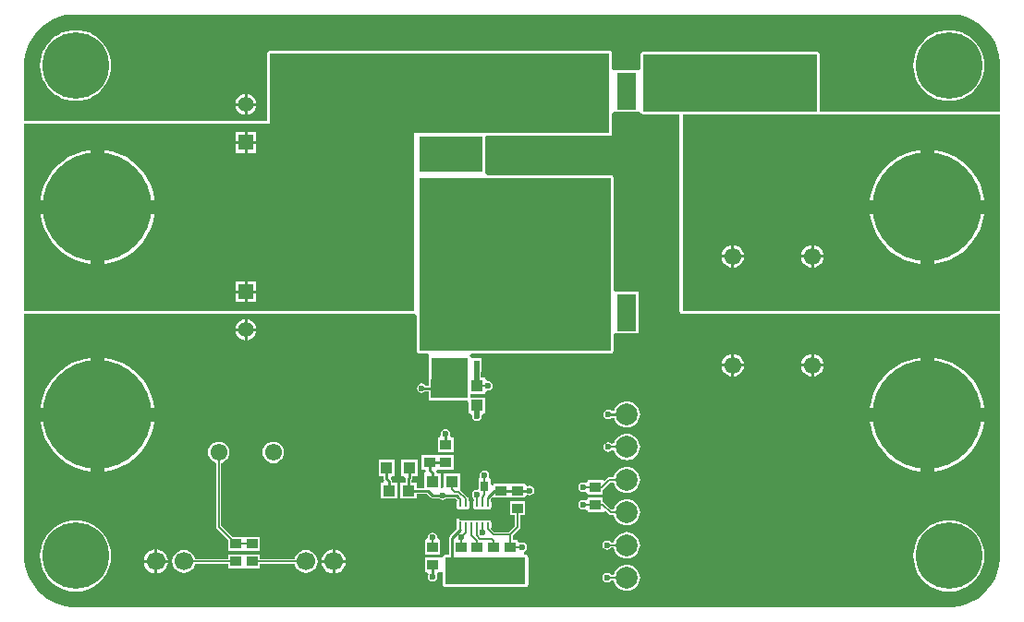
<source format=gtl>
G04*
G04 #@! TF.GenerationSoftware,Altium Limited,Altium Designer,18.1.9 (240)*
G04*
G04 Layer_Physical_Order=1*
G04 Layer_Color=255*
%FSLAX25Y25*%
%MOIN*%
G70*
G01*
G75*
%ADD10C,0.00787*%
%ADD14C,0.00984*%
%ADD17R,0.06890X0.10433*%
%ADD18R,0.02362X0.03150*%
%ADD19R,0.01968X0.03347*%
%ADD20R,0.03937X0.03543*%
%ADD21R,0.04331X0.04331*%
%ADD22R,0.04331X0.04331*%
%ADD23R,0.02756X0.03543*%
G04:AMPARAMS|DCode=24|XSize=19.68mil|YSize=9.84mil|CornerRadius=0.98mil|HoleSize=0mil|Usage=FLASHONLY|Rotation=270.000|XOffset=0mil|YOffset=0mil|HoleType=Round|Shape=RoundedRectangle|*
%AMROUNDEDRECTD24*
21,1,0.01968,0.00787,0,0,270.0*
21,1,0.01772,0.00984,0,0,270.0*
1,1,0.00197,-0.00394,-0.00886*
1,1,0.00197,-0.00394,0.00886*
1,1,0.00197,0.00394,0.00886*
1,1,0.00197,0.00394,-0.00886*
%
%ADD24ROUNDEDRECTD24*%
%ADD25R,0.05709X0.04528*%
%ADD26R,0.10630X0.04528*%
%ADD27R,0.07000X0.13500*%
%ADD28R,0.11024X0.05315*%
%ADD29R,0.04016X0.03465*%
%ADD30R,0.07480X0.05315*%
%ADD31R,0.04528X0.07087*%
%ADD32R,0.00984X0.00984*%
%ADD60C,0.07874*%
G04:AMPARAMS|DCode=61|XSize=39.37mil|YSize=104.33mil|CornerRadius=0.98mil|HoleSize=0mil|Usage=FLASHONLY|Rotation=270.000|XOffset=0mil|YOffset=0mil|HoleType=Round|Shape=RoundedRectangle|*
%AMROUNDEDRECTD61*
21,1,0.03937,0.10236,0,0,270.0*
21,1,0.03740,0.10433,0,0,270.0*
1,1,0.00197,-0.05118,-0.01870*
1,1,0.00197,-0.05118,0.01870*
1,1,0.00197,0.05118,0.01870*
1,1,0.00197,0.05118,-0.01870*
%
%ADD61ROUNDEDRECTD61*%
%ADD62C,0.01968*%
%ADD63R,0.17362X0.14764*%
%ADD64C,0.06693*%
%ADD65C,0.39370*%
%ADD66C,0.24016*%
%ADD67R,0.05512X0.05512*%
%ADD68C,0.05512*%
%ADD69C,0.06102*%
%ADD70C,0.02362*%
%ADD71C,0.01575*%
G36*
X287008Y180315D02*
X224410D01*
Y200787D01*
X287008D01*
Y180315D01*
D02*
G37*
G36*
X338259Y215015D02*
X340599Y214388D01*
X342837Y213461D01*
X344935Y212250D01*
X346857Y210775D01*
X348570Y209062D01*
X350045Y207140D01*
X351256Y205042D01*
X352183Y202804D01*
X352810Y200464D01*
X353127Y198062D01*
Y196850D01*
Y180153D01*
X288160D01*
X288028Y180315D01*
Y200787D01*
X287950Y201178D01*
X287729Y201508D01*
X287398Y201729D01*
X287008Y201807D01*
X224410D01*
X224019Y201729D01*
X223689Y201508D01*
X223467Y201178D01*
X223390Y200787D01*
Y195631D01*
X222594Y195175D01*
X222406Y195175D01*
X214209D01*
X214020Y195175D01*
X213224Y195631D01*
Y201181D01*
X213147Y201571D01*
X212926Y201902D01*
X212595Y202123D01*
X212205Y202201D01*
X89764D01*
X89374Y202123D01*
X89043Y201902D01*
X88822Y201571D01*
X88744Y201181D01*
Y177004D01*
X1204Y177004D01*
Y196850D01*
Y198062D01*
X1520Y200464D01*
X2147Y202804D01*
X3074Y205042D01*
X4286Y207140D01*
X5761Y209062D01*
X7474Y210775D01*
X9396Y212250D01*
X11494Y213461D01*
X13732Y214388D01*
X16072Y215015D01*
X18474Y215331D01*
X335857D01*
X338259Y215015D01*
D02*
G37*
G36*
X212205Y172441D02*
X141732D01*
Y108268D01*
X1204D01*
Y175984D01*
X89764Y175984D01*
Y201181D01*
X212205D01*
Y172441D01*
D02*
G37*
G36*
X166535Y158661D02*
X143701D01*
Y171260D01*
X166535D01*
Y158661D01*
D02*
G37*
G36*
X353127Y108268D02*
X238583D01*
Y179134D01*
X353127D01*
Y108268D01*
D02*
G37*
G36*
X212598Y93898D02*
X143701D01*
Y156299D01*
X212598D01*
Y93898D01*
D02*
G37*
G36*
X222505Y180100D02*
X222901Y180028D01*
X223491Y179889D01*
X223689Y179594D01*
X224019Y179373D01*
X224410Y179295D01*
X237431D01*
X237563Y179134D01*
Y108268D01*
X237641Y107878D01*
X237862Y107547D01*
X238193Y107326D01*
X238583Y107248D01*
X353127D01*
Y19685D01*
Y18474D01*
X352810Y16072D01*
X352183Y13732D01*
X351256Y11494D01*
X350045Y9396D01*
X348570Y7474D01*
X346857Y5761D01*
X344935Y4286D01*
X342837Y3074D01*
X340599Y2147D01*
X338259Y1520D01*
X335857Y1204D01*
X18474D01*
X16072Y1520D01*
X13732Y2147D01*
X11494Y3074D01*
X9396Y4286D01*
X7474Y5761D01*
X5761Y7474D01*
X4286Y9396D01*
X3074Y11494D01*
X2147Y13732D01*
X1520Y16072D01*
X1204Y18474D01*
Y19685D01*
Y107248D01*
X141732D01*
X142565Y106684D01*
X142681Y106515D01*
Y93898D01*
X142759Y93507D01*
X142980Y93177D01*
X143311Y92956D01*
X143701Y92878D01*
X146764D01*
X147013Y92506D01*
X147200Y91894D01*
X147090Y91729D01*
X147012Y91339D01*
Y81327D01*
X145834D01*
X145700Y81527D01*
X145144Y81898D01*
X144488Y82029D01*
X143832Y81898D01*
X143276Y81527D01*
X142905Y80971D01*
X142774Y80315D01*
X142905Y79659D01*
X143276Y79103D01*
X143832Y78731D01*
X144488Y78601D01*
X145144Y78731D01*
X145700Y79103D01*
X145834Y79303D01*
X147012D01*
Y76772D01*
X147090Y76381D01*
X147146Y76297D01*
Y75984D01*
X147410D01*
X147641Y75830D01*
X148031Y75752D01*
X161024D01*
X161417Y74827D01*
Y71063D01*
X161912D01*
X162656Y70079D01*
Y70079D01*
X162786Y69423D01*
X163158Y68867D01*
X163714Y68495D01*
X164370Y68365D01*
X165026Y68495D01*
X165582Y68867D01*
X165954Y69423D01*
X166084Y70079D01*
Y70079D01*
X166828Y71063D01*
X167323D01*
Y76968D01*
X162043D01*
Y78150D01*
X167323D01*
Y78776D01*
X168307Y79427D01*
X168504Y79388D01*
X169160Y79519D01*
X169716Y79890D01*
X170088Y80446D01*
X170218Y81102D01*
X170088Y81758D01*
X169716Y82314D01*
X169160Y82686D01*
X168504Y82816D01*
X168307Y82777D01*
X167323Y83429D01*
Y84055D01*
X165883D01*
Y86221D01*
X166142D01*
Y91142D01*
X162599D01*
X161899Y91829D01*
X161855Y91894D01*
X162042Y92506D01*
X162291Y92878D01*
X212598D01*
X212989Y92956D01*
X213319Y93177D01*
X213540Y93507D01*
X213618Y93898D01*
Y99282D01*
X214020Y100100D01*
X214602Y100100D01*
X222594D01*
Y115175D01*
X214602D01*
X214020Y115175D01*
X213618Y115993D01*
Y156299D01*
X213540Y156689D01*
X213319Y157020D01*
X212989Y157241D01*
X212598Y157319D01*
X167963D01*
X167479Y158268D01*
X167484Y158303D01*
X167555Y158661D01*
Y171260D01*
X167688Y171421D01*
X212205D01*
X212595Y171499D01*
X212926Y171720D01*
X213147Y172051D01*
X213224Y172441D01*
Y179644D01*
X214020Y180100D01*
X214209Y180100D01*
X222505Y180100D01*
D02*
G37*
G36*
X161024Y76772D02*
X148031D01*
Y91339D01*
X161024D01*
Y76772D01*
D02*
G37*
%LPC*%
G36*
X334646Y209673D02*
X332972Y209563D01*
X331327Y209236D01*
X329739Y208697D01*
X328234Y207955D01*
X326840Y207023D01*
X325579Y205917D01*
X324473Y204656D01*
X323541Y203262D01*
X322799Y201757D01*
X322260Y200169D01*
X321933Y198524D01*
X321823Y196850D01*
X321933Y195177D01*
X322260Y193532D01*
X322799Y191943D01*
X323541Y190439D01*
X324473Y189044D01*
X325579Y187783D01*
X326840Y186677D01*
X328234Y185746D01*
X329739Y185004D01*
X331327Y184465D01*
X332972Y184137D01*
X334646Y184028D01*
X336319Y184137D01*
X337964Y184465D01*
X339553Y185004D01*
X341057Y185746D01*
X342452Y186677D01*
X343713Y187783D01*
X344819Y189044D01*
X345750Y190439D01*
X346492Y191943D01*
X347031Y193532D01*
X347359Y195177D01*
X347468Y196850D01*
X347359Y198524D01*
X347031Y200169D01*
X346492Y201757D01*
X345750Y203262D01*
X344819Y204656D01*
X343713Y205917D01*
X342452Y207023D01*
X341057Y207955D01*
X339553Y208697D01*
X337964Y209236D01*
X336319Y209563D01*
X334646Y209673D01*
D02*
G37*
G36*
X19685D02*
X18011Y209563D01*
X16366Y209236D01*
X14778Y208697D01*
X13274Y207955D01*
X11879Y207023D01*
X10618Y205917D01*
X9512Y204656D01*
X8580Y203262D01*
X7838Y201757D01*
X7299Y200169D01*
X6972Y198524D01*
X6862Y196850D01*
X6972Y195177D01*
X7299Y193532D01*
X7838Y191943D01*
X8580Y190439D01*
X9512Y189044D01*
X10618Y187783D01*
X11879Y186677D01*
X13274Y185746D01*
X14778Y185004D01*
X16366Y184465D01*
X18011Y184137D01*
X19685Y184028D01*
X21359Y184137D01*
X23004Y184465D01*
X24592Y185004D01*
X26096Y185746D01*
X27491Y186677D01*
X28752Y187783D01*
X29858Y189044D01*
X30790Y190439D01*
X31532Y191943D01*
X32071Y193532D01*
X32398Y195177D01*
X32508Y196850D01*
X32398Y198524D01*
X32071Y200169D01*
X31532Y201757D01*
X30790Y203262D01*
X29858Y204656D01*
X28752Y205917D01*
X27491Y207023D01*
X26096Y207955D01*
X24592Y208697D01*
X23004Y209236D01*
X21359Y209563D01*
X19685Y209673D01*
D02*
G37*
G36*
X81602Y186529D02*
Y183307D01*
X84825D01*
X84762Y183787D01*
X84383Y184701D01*
X83781Y185485D01*
X82996Y186088D01*
X82083Y186466D01*
X81602Y186529D01*
D02*
G37*
G36*
X80602Y186529D02*
X80122Y186466D01*
X79208Y186088D01*
X78424Y185485D01*
X77822Y184701D01*
X77443Y183787D01*
X77380Y183307D01*
X80602D01*
Y186529D01*
D02*
G37*
G36*
X84825Y182307D02*
X81602D01*
Y179084D01*
X82083Y179148D01*
X82996Y179526D01*
X83781Y180128D01*
X84383Y180913D01*
X84762Y181826D01*
X84825Y182307D01*
D02*
G37*
G36*
X80602D02*
X77380D01*
X77443Y181826D01*
X77822Y180913D01*
X78424Y180128D01*
X79208Y179526D01*
X80122Y179148D01*
X80602Y179084D01*
Y182307D01*
D02*
G37*
G36*
X84858Y172783D02*
X81602D01*
Y169527D01*
X84858D01*
Y172783D01*
D02*
G37*
G36*
X80602D02*
X77346D01*
Y169527D01*
X80602D01*
Y172783D01*
D02*
G37*
G36*
X84858Y168527D02*
X81602D01*
Y165271D01*
X84858D01*
Y168527D01*
D02*
G37*
G36*
X80602D02*
X77346D01*
Y165271D01*
X80602D01*
Y168527D01*
D02*
G37*
G36*
X30059Y166333D02*
Y148268D01*
X48125D01*
X48111Y148474D01*
X47582Y151133D01*
X46711Y153700D01*
X45511Y156132D01*
X44005Y158387D01*
X42217Y160426D01*
X40178Y162214D01*
X37924Y163720D01*
X35492Y164919D01*
X32924Y165791D01*
X30265Y166320D01*
X30059Y166333D01*
D02*
G37*
G36*
X25059D02*
X24853Y166320D01*
X22194Y165791D01*
X19626Y164919D01*
X17194Y163720D01*
X14940Y162214D01*
X12901Y160426D01*
X11113Y158387D01*
X9607Y156132D01*
X8408Y153700D01*
X7536Y151133D01*
X7007Y148474D01*
X6994Y148268D01*
X25059D01*
Y166333D01*
D02*
G37*
G36*
X48125Y143268D02*
X30059D01*
Y125202D01*
X30265Y125216D01*
X32924Y125745D01*
X35492Y126616D01*
X37924Y127815D01*
X40178Y129322D01*
X42217Y131110D01*
X44005Y133149D01*
X45511Y135403D01*
X46711Y137835D01*
X47582Y140402D01*
X48111Y143062D01*
X48125Y143268D01*
D02*
G37*
G36*
X25059D02*
X6994D01*
X7007Y143062D01*
X7536Y140402D01*
X8408Y137835D01*
X9607Y135403D01*
X11113Y133149D01*
X12901Y131110D01*
X14940Y129322D01*
X17194Y127815D01*
X19626Y126616D01*
X22194Y125745D01*
X24853Y125216D01*
X25059Y125202D01*
Y143268D01*
D02*
G37*
G36*
X84858Y118913D02*
X81602D01*
Y115657D01*
X84858D01*
Y118913D01*
D02*
G37*
G36*
X80602D02*
X77346D01*
Y115657D01*
X80602D01*
Y118913D01*
D02*
G37*
G36*
X84858Y114657D02*
X81602D01*
Y111402D01*
X84858D01*
Y114657D01*
D02*
G37*
G36*
X80602D02*
X77346D01*
Y111402D01*
X80602D01*
Y114657D01*
D02*
G37*
G36*
X329272Y166333D02*
Y148268D01*
X347337D01*
X347324Y148474D01*
X346795Y151133D01*
X345923Y153700D01*
X344724Y156132D01*
X343217Y158387D01*
X341430Y160426D01*
X339391Y162214D01*
X337136Y163720D01*
X334704Y164919D01*
X332137Y165791D01*
X329477Y166320D01*
X329272Y166333D01*
D02*
G37*
G36*
X324272D02*
X324066Y166320D01*
X321407Y165791D01*
X318839Y164919D01*
X316407Y163720D01*
X314152Y162214D01*
X312114Y160426D01*
X310326Y158387D01*
X308820Y156132D01*
X307620Y153700D01*
X306749Y151133D01*
X306220Y148474D01*
X306206Y148268D01*
X324272D01*
Y166333D01*
D02*
G37*
G36*
X285933Y131973D02*
Y128453D01*
X289453D01*
X289380Y129010D01*
X288972Y129996D01*
X288322Y130842D01*
X287476Y131491D01*
X286491Y131900D01*
X285933Y131973D01*
D02*
G37*
G36*
X257193D02*
Y128453D01*
X260713D01*
X260640Y129010D01*
X260232Y129996D01*
X259582Y130842D01*
X258736Y131491D01*
X257751Y131900D01*
X257193Y131973D01*
D02*
G37*
G36*
X284933Y131973D02*
X284376Y131900D01*
X283390Y131491D01*
X282544Y130842D01*
X281894Y129996D01*
X281486Y129010D01*
X281413Y128453D01*
X284933D01*
Y131973D01*
D02*
G37*
G36*
X256193D02*
X255635Y131900D01*
X254650Y131491D01*
X253804Y130842D01*
X253154Y129996D01*
X252746Y129010D01*
X252673Y128453D01*
X256193D01*
Y131973D01*
D02*
G37*
G36*
X347337Y143268D02*
X329272D01*
Y125202D01*
X329477Y125216D01*
X332137Y125745D01*
X334704Y126616D01*
X337136Y127815D01*
X339391Y129322D01*
X341430Y131110D01*
X343217Y133149D01*
X344724Y135403D01*
X345923Y137835D01*
X346795Y140402D01*
X347324Y143062D01*
X347337Y143268D01*
D02*
G37*
G36*
X324272D02*
X306206D01*
X306220Y143062D01*
X306749Y140402D01*
X307620Y137835D01*
X308820Y135403D01*
X310326Y133149D01*
X312114Y131110D01*
X314152Y129322D01*
X316407Y127815D01*
X318839Y126616D01*
X321407Y125745D01*
X324066Y125216D01*
X324272Y125202D01*
Y143268D01*
D02*
G37*
G36*
X289453Y127453D02*
X285933D01*
Y123932D01*
X286491Y124006D01*
X287476Y124414D01*
X288322Y125063D01*
X288972Y125910D01*
X289380Y126895D01*
X289453Y127453D01*
D02*
G37*
G36*
X260713D02*
X257193D01*
Y123932D01*
X257751Y124006D01*
X258736Y124414D01*
X259582Y125063D01*
X260232Y125910D01*
X260640Y126895D01*
X260713Y127453D01*
D02*
G37*
G36*
X284933D02*
X281413D01*
X281486Y126895D01*
X281894Y125910D01*
X282544Y125063D01*
X283390Y124414D01*
X284376Y124006D01*
X284933Y123932D01*
Y127453D01*
D02*
G37*
G36*
X256193D02*
X252673D01*
X252746Y126895D01*
X253154Y125910D01*
X253804Y125063D01*
X254650Y124414D01*
X255635Y124006D01*
X256193Y123932D01*
Y127453D01*
D02*
G37*
G36*
X81602Y105101D02*
Y101878D01*
X84825D01*
X84762Y102358D01*
X84383Y103272D01*
X83781Y104057D01*
X82996Y104659D01*
X82083Y105037D01*
X81602Y105101D01*
D02*
G37*
G36*
X80602D02*
X80122Y105037D01*
X79208Y104659D01*
X78424Y104057D01*
X77822Y103272D01*
X77443Y102358D01*
X77380Y101878D01*
X80602D01*
Y105101D01*
D02*
G37*
G36*
X84825Y100878D02*
X81602D01*
Y97655D01*
X82083Y97719D01*
X82996Y98097D01*
X83781Y98699D01*
X84383Y99484D01*
X84762Y100398D01*
X84825Y100878D01*
D02*
G37*
G36*
X80602D02*
X77380D01*
X77443Y100398D01*
X77822Y99484D01*
X78424Y98699D01*
X79208Y98097D01*
X80122Y97719D01*
X80602Y97655D01*
Y100878D01*
D02*
G37*
G36*
X285933Y92603D02*
Y89083D01*
X289453D01*
X289380Y89640D01*
X288972Y90626D01*
X288322Y91472D01*
X287476Y92121D01*
X286491Y92530D01*
X285933Y92603D01*
D02*
G37*
G36*
X257193D02*
Y89083D01*
X260713D01*
X260640Y89640D01*
X260232Y90626D01*
X259582Y91472D01*
X258736Y92121D01*
X257751Y92530D01*
X257193Y92603D01*
D02*
G37*
G36*
X284933Y92603D02*
X284376Y92530D01*
X283390Y92121D01*
X282544Y91472D01*
X281894Y90626D01*
X281486Y89640D01*
X281413Y89083D01*
X284933D01*
Y92603D01*
D02*
G37*
G36*
X256193D02*
X255635Y92530D01*
X254650Y92121D01*
X253804Y91472D01*
X253154Y90626D01*
X252746Y89640D01*
X252673Y89083D01*
X256193D01*
Y92603D01*
D02*
G37*
G36*
X289453Y88083D02*
X285933D01*
Y84562D01*
X286491Y84636D01*
X287476Y85044D01*
X288322Y85693D01*
X288972Y86540D01*
X289380Y87525D01*
X289453Y88083D01*
D02*
G37*
G36*
X260713D02*
X257193D01*
Y84562D01*
X257751Y84636D01*
X258736Y85044D01*
X259582Y85693D01*
X260232Y86540D01*
X260640Y87525D01*
X260713Y88083D01*
D02*
G37*
G36*
X284933D02*
X281413D01*
X281486Y87525D01*
X281894Y86540D01*
X282544Y85693D01*
X283390Y85044D01*
X284376Y84636D01*
X284933Y84562D01*
Y88083D01*
D02*
G37*
G36*
X256193D02*
X252673D01*
X252746Y87525D01*
X253154Y86540D01*
X253804Y85693D01*
X254650Y85044D01*
X255635Y84636D01*
X256193Y84562D01*
Y88083D01*
D02*
G37*
G36*
X329272Y91324D02*
Y73268D01*
X347328D01*
X346970Y75378D01*
X346327Y77610D01*
X345438Y79757D01*
X344314Y81790D01*
X342969Y83685D01*
X341421Y85417D01*
X339689Y86965D01*
X337794Y88310D01*
X335761Y89434D01*
X333614Y90323D01*
X331382Y90966D01*
X329272Y91324D01*
D02*
G37*
G36*
X324272D02*
X322162Y90966D01*
X319929Y90323D01*
X317783Y89434D01*
X315749Y88310D01*
X313854Y86965D01*
X312122Y85417D01*
X310574Y83685D01*
X309229Y81790D01*
X308106Y79757D01*
X307217Y77610D01*
X306574Y75378D01*
X306215Y73268D01*
X324272D01*
Y91324D01*
D02*
G37*
G36*
X30059D02*
Y73268D01*
X48116D01*
X47757Y75378D01*
X47114Y77610D01*
X46225Y79757D01*
X45101Y81790D01*
X43757Y83685D01*
X42209Y85417D01*
X40476Y86965D01*
X38581Y88310D01*
X36548Y89434D01*
X34402Y90323D01*
X32169Y90966D01*
X30059Y91324D01*
D02*
G37*
G36*
X25059D02*
X22949Y90966D01*
X20717Y90323D01*
X18570Y89434D01*
X16537Y88310D01*
X14642Y86965D01*
X12910Y85417D01*
X11361Y83685D01*
X10017Y81790D01*
X8893Y79757D01*
X8004Y77610D01*
X7361Y75378D01*
X7002Y73268D01*
X25059D01*
Y91324D01*
D02*
G37*
G36*
X218504Y75613D02*
X217578Y75522D01*
X216687Y75252D01*
X215866Y74813D01*
X215147Y74223D01*
X214557Y73504D01*
X214118Y72683D01*
X214001Y72296D01*
X213510Y72187D01*
X212934Y72137D01*
X212467Y72450D01*
X211811Y72580D01*
X211155Y72450D01*
X210599Y72078D01*
X210227Y71522D01*
X210097Y70866D01*
X210227Y70210D01*
X210599Y69654D01*
X211155Y69283D01*
X211811Y69152D01*
X212467Y69283D01*
X212934Y69595D01*
X213510Y69546D01*
X214001Y69436D01*
X214118Y69049D01*
X214557Y68229D01*
X215147Y67509D01*
X215866Y66919D01*
X216687Y66480D01*
X217578Y66210D01*
X218504Y66119D01*
X219430Y66210D01*
X220321Y66480D01*
X221141Y66919D01*
X221861Y67509D01*
X222451Y68229D01*
X222890Y69049D01*
X223160Y69940D01*
X223251Y70866D01*
X223160Y71792D01*
X222890Y72683D01*
X222451Y73504D01*
X221861Y74223D01*
X221141Y74813D01*
X220321Y75252D01*
X219430Y75522D01*
X218504Y75613D01*
D02*
G37*
G36*
Y63802D02*
X217578Y63711D01*
X216687Y63441D01*
X215866Y63002D01*
X215147Y62412D01*
X214557Y61693D01*
X214118Y60872D01*
X214020Y60547D01*
X213384Y60369D01*
X212926Y60332D01*
X212467Y60639D01*
X211811Y60769D01*
X211155Y60639D01*
X210599Y60267D01*
X210227Y59711D01*
X210097Y59055D01*
X210227Y58399D01*
X210599Y57843D01*
X211155Y57472D01*
X211811Y57341D01*
X212467Y57472D01*
X212926Y57778D01*
X213384Y57742D01*
X214020Y57563D01*
X214118Y57238D01*
X214557Y56418D01*
X215147Y55698D01*
X215866Y55108D01*
X216687Y54669D01*
X217578Y54399D01*
X218504Y54308D01*
X219430Y54399D01*
X220321Y54669D01*
X221141Y55108D01*
X221861Y55698D01*
X222451Y56418D01*
X222890Y57238D01*
X223160Y58129D01*
X223251Y59055D01*
X223160Y59981D01*
X222890Y60872D01*
X222451Y61693D01*
X221861Y62412D01*
X221141Y63002D01*
X220321Y63441D01*
X219430Y63711D01*
X218504Y63802D01*
D02*
G37*
G36*
X153150Y65494D02*
X152494Y65363D01*
X151938Y64991D01*
X151566Y64435D01*
X151436Y63779D01*
X151514Y63386D01*
X151082Y62625D01*
X150865Y62402D01*
X150394D01*
Y57284D01*
X155905D01*
Y62402D01*
X155435D01*
X155218Y62625D01*
X154785Y63386D01*
X154864Y63779D01*
X154733Y64435D01*
X154362Y64991D01*
X153805Y65363D01*
X153150Y65494D01*
D02*
G37*
G36*
X90945Y60958D02*
X89943Y60826D01*
X89009Y60440D01*
X88207Y59824D01*
X87592Y59022D01*
X87205Y58089D01*
X87073Y57087D01*
X87205Y56085D01*
X87592Y55151D01*
X88207Y54349D01*
X89009Y53734D01*
X89943Y53347D01*
X90945Y53215D01*
X91947Y53347D01*
X92881Y53734D01*
X93683Y54349D01*
X94298Y55151D01*
X94685Y56085D01*
X94817Y57087D01*
X94685Y58089D01*
X94298Y59022D01*
X93683Y59824D01*
X92881Y60440D01*
X91947Y60826D01*
X90945Y60958D01*
D02*
G37*
G36*
X347328Y68268D02*
X329272D01*
Y50211D01*
X331382Y50569D01*
X333614Y51213D01*
X335761Y52102D01*
X337794Y53226D01*
X339689Y54570D01*
X341421Y56118D01*
X342969Y57850D01*
X344314Y59745D01*
X345438Y61779D01*
X346327Y63925D01*
X346970Y66158D01*
X347328Y68268D01*
D02*
G37*
G36*
X324272D02*
X306215D01*
X306574Y66158D01*
X307217Y63925D01*
X308106Y61779D01*
X309229Y59745D01*
X310574Y57850D01*
X312122Y56118D01*
X313854Y54570D01*
X315749Y53226D01*
X317783Y52102D01*
X319929Y51213D01*
X322162Y50569D01*
X324272Y50211D01*
Y68268D01*
D02*
G37*
G36*
X48116D02*
X30059D01*
Y50211D01*
X32169Y50569D01*
X34402Y51213D01*
X36548Y52102D01*
X38581Y53226D01*
X40476Y54570D01*
X42209Y56118D01*
X43757Y57850D01*
X45101Y59745D01*
X46225Y61779D01*
X47114Y63925D01*
X47757Y66158D01*
X48116Y68268D01*
D02*
G37*
G36*
X25059D02*
X7002D01*
X7361Y66158D01*
X8004Y63925D01*
X8893Y61779D01*
X10017Y59745D01*
X11361Y57850D01*
X12910Y56118D01*
X14642Y54570D01*
X16537Y53226D01*
X18570Y52102D01*
X20717Y51213D01*
X22949Y50569D01*
X25059Y50211D01*
Y68268D01*
D02*
G37*
G36*
X167126Y50631D02*
X166470Y50501D01*
X165914Y50129D01*
X165542Y49573D01*
X165412Y48917D01*
X165510Y48425D01*
X165414Y48237D01*
X164961Y47441D01*
X164961Y47441D01*
X164961Y47441D01*
Y44128D01*
X164370Y43643D01*
X163714Y43513D01*
X163158Y43141D01*
X162786Y42585D01*
X162656Y41929D01*
X162786Y41273D01*
X163075Y40842D01*
X163338Y39910D01*
X163142Y39617D01*
X163073Y39272D01*
Y37500D01*
X163142Y37154D01*
X163338Y36861D01*
X163631Y36666D01*
X163976Y36597D01*
X164764D01*
X165109Y36666D01*
X165354Y36829D01*
X165599Y36666D01*
X165945Y36597D01*
X166732D01*
X167078Y36666D01*
X167323Y36829D01*
X167568Y36666D01*
X167913Y36597D01*
X168701D01*
X169046Y36666D01*
X169339Y36861D01*
X169535Y37154D01*
X169604Y37500D01*
Y39272D01*
X169535Y39617D01*
X169339Y39910D01*
X169786Y40796D01*
X169953Y40963D01*
X170473Y40748D01*
Y40748D01*
X175984D01*
Y40748D01*
X176378D01*
Y40748D01*
X181890D01*
Y41154D01*
X182783Y41708D01*
X182874Y41710D01*
X183465Y41593D01*
X184121Y41723D01*
X184677Y42095D01*
X185048Y42651D01*
X185179Y43307D01*
X185048Y43963D01*
X184677Y44519D01*
X184121Y44891D01*
X183465Y45021D01*
X182874Y44904D01*
X182783Y44906D01*
X181890Y45460D01*
Y45866D01*
X176378D01*
Y45866D01*
X175984D01*
Y45866D01*
X170473D01*
Y45072D01*
X170276Y44922D01*
X169291Y45408D01*
Y47441D01*
X169291D01*
X168838Y48237D01*
X168742Y48425D01*
X168840Y48917D01*
X168710Y49573D01*
X168338Y50129D01*
X167782Y50501D01*
X167126Y50631D01*
D02*
G37*
G36*
X218504Y51991D02*
X217578Y51900D01*
X216687Y51630D01*
X215866Y51191D01*
X215147Y50601D01*
X214557Y49882D01*
X214118Y49061D01*
X213848Y48170D01*
X213846Y48155D01*
X212205D01*
X211856Y48086D01*
X211560Y47888D01*
X210462Y46790D01*
X209842Y47047D01*
Y47047D01*
X204331D01*
Y46641D01*
X203437Y46087D01*
X203346Y46085D01*
X202756Y46202D01*
X202100Y46072D01*
X201544Y45700D01*
X201172Y45144D01*
X201042Y44488D01*
X201172Y43832D01*
X201544Y43276D01*
X202100Y42905D01*
X202756Y42774D01*
X203346Y42892D01*
X203437Y42889D01*
X204331Y42335D01*
Y41929D01*
X209842D01*
Y43676D01*
X210093Y43844D01*
X212582Y46333D01*
X213846D01*
X213848Y46318D01*
X214118Y45427D01*
X214557Y44607D01*
X215147Y43887D01*
X215866Y43297D01*
X216687Y42858D01*
X217578Y42588D01*
X218504Y42497D01*
X219430Y42588D01*
X220321Y42858D01*
X221141Y43297D01*
X221861Y43887D01*
X222451Y44607D01*
X222890Y45427D01*
X223160Y46318D01*
X223251Y47244D01*
X223160Y48170D01*
X222890Y49061D01*
X222451Y49882D01*
X221861Y50601D01*
X221141Y51191D01*
X220321Y51630D01*
X219430Y51900D01*
X218504Y51991D01*
D02*
G37*
G36*
X150000Y56102D02*
Y56102D01*
X149438Y56102D01*
X144488D01*
Y50984D01*
X145616D01*
X145945Y50368D01*
X145473Y49409D01*
X145473D01*
Y44311D01*
X142717D01*
Y46260D01*
X140836D01*
X140801Y47244D01*
X140873Y47316D01*
X141092Y47644D01*
X141169Y48031D01*
Y48622D01*
X143110D01*
Y54528D01*
X137205D01*
Y48622D01*
X138045D01*
X138217Y48491D01*
X138752Y47638D01*
Y46260D01*
X136811D01*
Y40354D01*
X142717D01*
Y42288D01*
X146439D01*
X147816Y40911D01*
X148144Y40691D01*
X148531Y40614D01*
X150623D01*
X150757Y40414D01*
X151313Y40042D01*
X151969Y39912D01*
X152624Y40042D01*
X153181Y40414D01*
X153314Y40614D01*
X156566D01*
X157009Y40171D01*
X157338Y39952D01*
X157236Y39617D01*
X157168Y39272D01*
Y37500D01*
X157236Y37154D01*
X157432Y36861D01*
X157725Y36666D01*
X158071Y36597D01*
X158858D01*
X159204Y36666D01*
X159449Y36829D01*
X159694Y36666D01*
X160039Y36597D01*
X160827D01*
X161172Y36666D01*
X161465Y36861D01*
X161661Y37154D01*
X161730Y37500D01*
Y39272D01*
X161661Y39617D01*
X161465Y39910D01*
X161344Y39991D01*
Y40361D01*
X161275Y40710D01*
X161077Y41006D01*
X158465Y43619D01*
Y49409D01*
X152559D01*
Y44922D01*
X151863Y44226D01*
X151378D01*
Y49409D01*
X150053D01*
X149663Y50139D01*
X150215Y50984D01*
X150394Y50984D01*
Y50984D01*
X155905D01*
Y56102D01*
X150956D01*
X150394Y56102D01*
X150394Y56102D01*
X150000Y56102D01*
D02*
G37*
G36*
X134843Y54528D02*
X128937D01*
Y48622D01*
X130878D01*
Y47638D01*
X130955Y47251D01*
X130960Y47244D01*
X130574Y46362D01*
X130465Y46260D01*
X129724D01*
Y40354D01*
X135630D01*
Y46260D01*
X133689D01*
Y46850D01*
X133612Y47238D01*
X133393Y47566D01*
X133320Y47638D01*
X133728Y48622D01*
X134843D01*
Y54528D01*
D02*
G37*
G36*
X209842Y40748D02*
X204331D01*
Y40342D01*
X203437Y39788D01*
X203346Y39786D01*
X202756Y39903D01*
X202100Y39772D01*
X201544Y39401D01*
X201172Y38845D01*
X201042Y38189D01*
X201172Y37533D01*
X201544Y36977D01*
X202100Y36605D01*
X202756Y36475D01*
X203346Y36592D01*
X203437Y36590D01*
X204331Y36036D01*
Y35630D01*
X209842D01*
Y35630D01*
X210741Y36002D01*
X211954Y34789D01*
X212250Y34591D01*
X212598Y34522D01*
X213846D01*
X213848Y34507D01*
X214118Y33616D01*
X214557Y32796D01*
X215147Y32076D01*
X215866Y31486D01*
X216687Y31047D01*
X217578Y30777D01*
X218504Y30686D01*
X219430Y30777D01*
X220321Y31047D01*
X221141Y31486D01*
X221861Y32076D01*
X222451Y32796D01*
X222890Y33616D01*
X223160Y34507D01*
X223251Y35433D01*
X223160Y36359D01*
X222890Y37250D01*
X222451Y38070D01*
X221861Y38790D01*
X221141Y39380D01*
X220321Y39819D01*
X219430Y40089D01*
X218504Y40180D01*
X217578Y40089D01*
X216687Y39819D01*
X215866Y39380D01*
X215147Y38790D01*
X214557Y38070D01*
X214118Y37250D01*
X213893Y36507D01*
X213194Y36421D01*
X212868Y36452D01*
X210487Y38833D01*
X210191Y39031D01*
X209842Y39100D01*
Y40748D01*
D02*
G37*
G36*
X181890Y39567D02*
X176378D01*
Y34449D01*
X178223D01*
Y30496D01*
X176000Y28273D01*
X170850D01*
X169501Y29623D01*
X169535Y29674D01*
X169604Y30020D01*
Y31791D01*
X169535Y32137D01*
X169339Y32430D01*
X169046Y32626D01*
X168701Y32695D01*
X167913D01*
X167568Y32626D01*
X167323Y32462D01*
X167078Y32626D01*
X166732Y32695D01*
X165945D01*
X165599Y32626D01*
X165354Y32462D01*
X165109Y32626D01*
X164764Y32695D01*
X163976D01*
X163631Y32626D01*
X163386Y32462D01*
X163141Y32626D01*
X162795Y32695D01*
X162008D01*
X161662Y32626D01*
X161417Y32462D01*
X161172Y32626D01*
X160827Y32695D01*
X160039D01*
X159744Y32937D01*
Y33187D01*
X157185D01*
Y31879D01*
X157168Y31791D01*
Y30020D01*
X157236Y29674D01*
X157323Y29544D01*
X154797Y27017D01*
X154577Y26689D01*
X154500Y26302D01*
Y20272D01*
X153150D01*
X152759Y20195D01*
X152429Y19974D01*
X152208Y19643D01*
X152130Y19253D01*
Y19180D01*
X151146Y19094D01*
X145669D01*
Y13976D01*
X146414D01*
X146930Y12992D01*
X146842Y12861D01*
X146711Y12205D01*
X146842Y11549D01*
X147213Y10993D01*
X147769Y10621D01*
X148425Y10491D01*
X149081Y10621D01*
X149637Y10993D01*
X150009Y11549D01*
X150139Y12205D01*
X150009Y12861D01*
X149921Y12992D01*
X150436Y13976D01*
X151146D01*
X151181Y13976D01*
X152130Y13891D01*
Y9449D01*
X152208Y9059D01*
X152429Y8728D01*
X152759Y8507D01*
X153150Y8429D01*
X181890Y8429D01*
X182280Y8507D01*
X182611Y8728D01*
X182832Y9059D01*
X182909Y9449D01*
X182909Y19253D01*
X182832Y19643D01*
X182611Y19974D01*
X182280Y20195D01*
X181890Y20272D01*
X181490D01*
X181365Y21251D01*
X181921Y21623D01*
X182292Y22179D01*
X182423Y22835D01*
X182292Y23491D01*
X181921Y24047D01*
X181365Y24418D01*
X180709Y24549D01*
X180118Y24431D01*
X180027Y24434D01*
X179134Y24988D01*
Y25394D01*
X177289D01*
Y26985D01*
X179778Y29474D01*
X179976Y29769D01*
X180045Y30118D01*
Y34449D01*
X181890D01*
Y39567D01*
D02*
G37*
G36*
X218504Y28369D02*
X217578Y28278D01*
X216687Y28008D01*
X215866Y27569D01*
X215147Y26979D01*
X214557Y26259D01*
X214118Y25439D01*
X213848Y24548D01*
X213846Y24533D01*
X212830D01*
X212629Y24834D01*
X212073Y25206D01*
X211417Y25336D01*
X210761Y25206D01*
X210205Y24834D01*
X209834Y24278D01*
X209703Y23622D01*
X209834Y22966D01*
X210205Y22410D01*
X210761Y22039D01*
X211417Y21908D01*
X212073Y22039D01*
X212629Y22410D01*
X212830Y22711D01*
X213846D01*
X213848Y22696D01*
X214118Y21805D01*
X214557Y20985D01*
X215147Y20265D01*
X215866Y19675D01*
X216687Y19236D01*
X217578Y18966D01*
X218504Y18875D01*
X219430Y18966D01*
X220321Y19236D01*
X221141Y19675D01*
X221861Y20265D01*
X222451Y20985D01*
X222890Y21805D01*
X223160Y22696D01*
X223251Y23622D01*
X223160Y24548D01*
X222890Y25439D01*
X222451Y26259D01*
X221861Y26979D01*
X221141Y27569D01*
X220321Y28008D01*
X219430Y28278D01*
X218504Y28369D01*
D02*
G37*
G36*
X71260Y60958D02*
X70258Y60826D01*
X69324Y60440D01*
X68522Y59824D01*
X67907Y59022D01*
X67520Y58089D01*
X67388Y57087D01*
X67520Y56085D01*
X67907Y55151D01*
X68522Y54349D01*
X69324Y53734D01*
X70258Y53347D01*
X70349Y53335D01*
Y30315D01*
X70418Y29966D01*
X70616Y29671D01*
X74803Y25483D01*
Y21457D01*
X80315D01*
Y21457D01*
X80709Y21457D01*
Y21457D01*
X86221D01*
Y26575D01*
X80709D01*
Y26575D01*
X80315Y26575D01*
Y26575D01*
X76289D01*
X72171Y30692D01*
Y53335D01*
X72262Y53347D01*
X73196Y53734D01*
X73998Y54349D01*
X74613Y55151D01*
X75000Y56085D01*
X75131Y57087D01*
X75000Y58089D01*
X74613Y59022D01*
X73998Y59824D01*
X73196Y60440D01*
X72262Y60826D01*
X71260Y60958D01*
D02*
G37*
G36*
X148425Y28092D02*
X147769Y27962D01*
X147213Y27590D01*
X146842Y27034D01*
X146711Y26378D01*
X145967Y25394D01*
X145669D01*
Y20276D01*
X151181D01*
Y25394D01*
X150883D01*
X150139Y26378D01*
X150009Y27034D01*
X149637Y27590D01*
X149081Y27962D01*
X148425Y28092D01*
D02*
G37*
G36*
X49161Y22035D02*
Y18216D01*
X52979D01*
X52896Y18851D01*
X52458Y19908D01*
X51761Y20817D01*
X50853Y21513D01*
X49796Y21951D01*
X49161Y22035D01*
D02*
G37*
G36*
X48161D02*
X47527Y21951D01*
X46469Y21513D01*
X45562Y20817D01*
X44865Y19908D01*
X44427Y18851D01*
X44343Y18216D01*
X48161D01*
Y22035D01*
D02*
G37*
G36*
X113256Y22035D02*
Y18216D01*
X117074D01*
X116990Y18851D01*
X116552Y19908D01*
X115856Y20817D01*
X114948Y21513D01*
X113891Y21951D01*
X113256Y22035D01*
D02*
G37*
G36*
X112256D02*
X111621Y21951D01*
X110564Y21513D01*
X109656Y20817D01*
X108959Y19908D01*
X108521Y18851D01*
X108438Y18216D01*
X112256D01*
Y22035D01*
D02*
G37*
G36*
X58661Y21886D02*
X57582Y21744D01*
X56577Y21327D01*
X55713Y20665D01*
X55050Y19801D01*
X54634Y18796D01*
X54492Y17717D01*
X54634Y16637D01*
X55050Y15632D01*
X55713Y14768D01*
X56577Y14106D01*
X57582Y13689D01*
X58661Y13547D01*
X59741Y13689D01*
X60746Y14106D01*
X61610Y14768D01*
X62272Y15632D01*
X62689Y16637D01*
X62711Y16805D01*
X74803D01*
Y15157D01*
X79724D01*
X80709Y15157D01*
X81299Y15157D01*
X86221D01*
Y16805D01*
X98706D01*
X98729Y16637D01*
X99145Y15632D01*
X99808Y14768D01*
X100671Y14106D01*
X101677Y13689D01*
X102756Y13547D01*
X103835Y13689D01*
X104841Y14106D01*
X105704Y14768D01*
X106367Y15632D01*
X106783Y16637D01*
X106925Y17717D01*
X106783Y18796D01*
X106367Y19801D01*
X105704Y20665D01*
X104841Y21327D01*
X103835Y21744D01*
X102756Y21886D01*
X101677Y21744D01*
X100671Y21327D01*
X99808Y20665D01*
X99145Y19801D01*
X98729Y18796D01*
X98706Y18628D01*
X86221D01*
Y20276D01*
X81299D01*
X80315Y20276D01*
X79724Y20276D01*
X74803D01*
Y18628D01*
X62711D01*
X62689Y18796D01*
X62272Y19801D01*
X61610Y20665D01*
X60746Y21327D01*
X59741Y21744D01*
X58661Y21886D01*
D02*
G37*
G36*
X52979Y17217D02*
X49161D01*
Y13398D01*
X49796Y13482D01*
X50853Y13920D01*
X51761Y14617D01*
X52458Y15525D01*
X52896Y16582D01*
X52979Y17217D01*
D02*
G37*
G36*
X48161D02*
X44343D01*
X44427Y16582D01*
X44865Y15525D01*
X45562Y14617D01*
X46469Y13920D01*
X47527Y13482D01*
X48161Y13398D01*
Y17217D01*
D02*
G37*
G36*
X117074Y17217D02*
X113256D01*
Y13398D01*
X113891Y13482D01*
X114948Y13920D01*
X115856Y14617D01*
X116552Y15525D01*
X116990Y16582D01*
X117074Y17217D01*
D02*
G37*
G36*
X112256D02*
X108438D01*
X108521Y16582D01*
X108959Y15525D01*
X109656Y14617D01*
X110564Y13920D01*
X111621Y13482D01*
X112256Y13398D01*
Y17217D01*
D02*
G37*
G36*
X218504Y16558D02*
X217578Y16467D01*
X216687Y16197D01*
X215866Y15758D01*
X215147Y15168D01*
X214557Y14448D01*
X214118Y13628D01*
X213848Y12737D01*
X213846Y12722D01*
X212830D01*
X212629Y13023D01*
X212073Y13395D01*
X211417Y13525D01*
X210761Y13395D01*
X210205Y13023D01*
X209834Y12467D01*
X209703Y11811D01*
X209834Y11155D01*
X210205Y10599D01*
X210761Y10227D01*
X211417Y10097D01*
X212073Y10227D01*
X212629Y10599D01*
X212830Y10900D01*
X213846D01*
X213848Y10885D01*
X214118Y9994D01*
X214557Y9174D01*
X215147Y8454D01*
X215866Y7864D01*
X216687Y7425D01*
X217578Y7155D01*
X218504Y7064D01*
X219430Y7155D01*
X220321Y7425D01*
X221141Y7864D01*
X221861Y8454D01*
X222451Y9174D01*
X222890Y9994D01*
X223160Y10885D01*
X223251Y11811D01*
X223160Y12737D01*
X222890Y13628D01*
X222451Y14448D01*
X221861Y15168D01*
X221141Y15758D01*
X220321Y16197D01*
X219430Y16467D01*
X218504Y16558D01*
D02*
G37*
G36*
X334646Y32508D02*
X332972Y32398D01*
X331327Y32071D01*
X329739Y31532D01*
X328234Y30790D01*
X326840Y29858D01*
X325579Y28752D01*
X324473Y27491D01*
X323541Y26096D01*
X322799Y24592D01*
X322260Y23004D01*
X321933Y21359D01*
X321823Y19685D01*
X321933Y18011D01*
X322260Y16366D01*
X322799Y14778D01*
X323541Y13274D01*
X324473Y11879D01*
X325579Y10618D01*
X326840Y9512D01*
X328234Y8580D01*
X329739Y7838D01*
X331327Y7299D01*
X332972Y6972D01*
X334646Y6862D01*
X336319Y6972D01*
X337964Y7299D01*
X339553Y7838D01*
X341057Y8580D01*
X342452Y9512D01*
X343713Y10618D01*
X344819Y11879D01*
X345750Y13274D01*
X346492Y14778D01*
X347031Y16366D01*
X347359Y18011D01*
X347468Y19685D01*
X347359Y21359D01*
X347031Y23004D01*
X346492Y24592D01*
X345750Y26096D01*
X344819Y27491D01*
X343713Y28752D01*
X342452Y29858D01*
X341057Y30790D01*
X339553Y31532D01*
X337964Y32071D01*
X336319Y32398D01*
X334646Y32508D01*
D02*
G37*
G36*
X19685D02*
X18011Y32398D01*
X16366Y32071D01*
X14778Y31532D01*
X13274Y30790D01*
X11879Y29858D01*
X10618Y28752D01*
X9512Y27491D01*
X8580Y26096D01*
X7838Y24592D01*
X7299Y23004D01*
X6972Y21359D01*
X6862Y19685D01*
X6972Y18011D01*
X7299Y16366D01*
X7838Y14778D01*
X8580Y13274D01*
X9512Y11879D01*
X10618Y10618D01*
X11879Y9512D01*
X13274Y8580D01*
X14778Y7838D01*
X16366Y7299D01*
X18011Y6972D01*
X19685Y6862D01*
X21359Y6972D01*
X23004Y7299D01*
X24592Y7838D01*
X26096Y8580D01*
X27491Y9512D01*
X28752Y10618D01*
X29858Y11879D01*
X30790Y13274D01*
X31532Y14778D01*
X32071Y16366D01*
X32398Y18011D01*
X32508Y19685D01*
X32398Y21359D01*
X32071Y23004D01*
X31532Y24592D01*
X30790Y26096D01*
X29858Y27491D01*
X28752Y28752D01*
X27491Y29858D01*
X26096Y30790D01*
X24592Y31532D01*
X23004Y32071D01*
X21359Y32398D01*
X19685Y32508D01*
D02*
G37*
%LPD*%
G36*
X181890Y19253D02*
X181890Y9449D01*
X153150Y9449D01*
X153150Y19253D01*
X181890Y19253D01*
D02*
G37*
D10*
X83465Y17717D02*
X102756D01*
X58661Y17717D02*
X77559D01*
X83464Y24016D02*
X83465Y24016D01*
X77559Y24016D02*
X83464D01*
X71260Y30315D02*
X77559Y24016D01*
X71260Y30315D02*
Y57087D01*
X211417Y23622D02*
X217717D01*
X170473Y27362D02*
X176378D01*
X168307Y29528D02*
X170473Y27362D01*
X168307Y29528D02*
Y30906D01*
X165479Y25976D02*
X169644D01*
X170472Y25148D01*
X164264Y27192D02*
X165479Y25976D01*
X164567Y22835D02*
Y25068D01*
X162402Y27233D02*
X164567Y25068D01*
X170472Y22835D02*
Y25148D01*
X211417Y11811D02*
X218504D01*
X176378Y22835D02*
X180709D01*
X179134Y30118D02*
Y37008D01*
X176378Y27362D02*
X179134Y30118D01*
X176378Y22835D02*
Y27362D01*
X212598Y35433D02*
X218504D01*
X209842Y38189D02*
X212598Y35433D01*
X207087Y38189D02*
X209842D01*
X202756D02*
X207087D01*
X212205Y47244D02*
X218504D01*
X209449Y44488D02*
X212205Y47244D01*
X207087Y44488D02*
X209449D01*
X207087Y44488D02*
X207087Y44488D01*
X202756Y44488D02*
X207087D01*
X158465Y38386D02*
Y40146D01*
X157725Y40886D02*
X158465Y40146D01*
X167126Y48917D02*
X167126Y48917D01*
Y44882D02*
Y48917D01*
X168307Y38386D02*
Y40748D01*
X164370Y81102D02*
X168504D01*
X168504Y81102D01*
X211811Y59055D02*
X218504D01*
X164264Y28911D02*
X164370Y29017D01*
X164264Y27192D02*
Y28911D01*
X164370Y29017D02*
Y30906D01*
X158465Y29254D02*
Y30906D01*
X160433Y28150D02*
Y30906D01*
X158661Y26378D02*
X160433Y28150D01*
X162402Y27233D02*
Y30906D01*
X157783Y43012D02*
X160433Y40361D01*
X156468Y43012D02*
X157783D01*
X155512Y43968D02*
X156468Y43012D01*
X160433Y38386D02*
Y40361D01*
X155512Y43968D02*
Y46457D01*
X161721Y41626D02*
Y44776D01*
Y41626D02*
X162402Y40945D01*
X161614Y44882D02*
X161721Y44776D01*
X162402Y38386D02*
Y40945D01*
X166339Y28051D02*
X166339Y28051D01*
Y30906D01*
X158661Y22835D02*
Y26378D01*
X148425Y22835D02*
Y26378D01*
X167126Y41732D02*
Y44882D01*
X166339Y40945D02*
X167126Y41732D01*
X164370Y38386D02*
Y41929D01*
X166339Y38386D02*
Y40945D01*
D14*
X217717Y23622D02*
X218504Y22835D01*
X139764Y43299D02*
X146858D01*
X179134Y43307D02*
X183465D01*
X148531Y41626D02*
X151969D01*
X146858Y43299D02*
X148531Y41626D01*
X139764Y43299D02*
Y43307D01*
X151969Y41626D02*
X156985D01*
X157725Y40886D01*
X170866Y43307D02*
X173228D01*
X168307Y40748D02*
X170866Y43307D01*
X211811Y70866D02*
X218504D01*
X148425Y12205D02*
Y16535D01*
X139764Y43307D02*
Y47638D01*
X140157Y48031D01*
X155512Y26302D02*
X158465Y29254D01*
X155512Y16142D02*
Y26302D01*
X131890Y47638D02*
Y51575D01*
Y47638D02*
X132677Y46850D01*
Y43307D02*
Y46850D01*
X140157Y51575D02*
X140157Y51575D01*
X140157Y48031D02*
Y51575D01*
X148425Y46457D02*
Y49606D01*
X147244Y50787D02*
X148425Y49606D01*
X147244Y50787D02*
Y53543D01*
X147244Y53543D01*
X153150D01*
Y59842D02*
Y63779D01*
X144488Y80315D02*
X144488Y80315D01*
X150197D01*
X173228Y43307D02*
X179134D01*
D17*
X245669Y171693D02*
D03*
Y187638D02*
D03*
D18*
X149370Y111614D02*
D03*
X154370D02*
D03*
X159370D02*
D03*
X164370D02*
D03*
D19*
Y88681D02*
D03*
X159370D02*
D03*
X154370D02*
D03*
X149370D02*
D03*
D20*
X147244Y53543D02*
D03*
Y59842D02*
D03*
X153150Y53543D02*
D03*
Y59842D02*
D03*
X77559Y17717D02*
D03*
Y24016D02*
D03*
X83465Y24016D02*
D03*
Y17717D02*
D03*
X148425Y16535D02*
D03*
Y22835D02*
D03*
X207087Y44488D02*
D03*
Y38189D02*
D03*
X173228Y43307D02*
D03*
Y37008D02*
D03*
X179134D02*
D03*
Y43307D02*
D03*
X176378Y16535D02*
D03*
Y22835D02*
D03*
X170472Y16535D02*
D03*
Y22835D02*
D03*
X164567Y16535D02*
D03*
Y22835D02*
D03*
X158661D02*
D03*
Y16535D02*
D03*
D21*
X131890Y58661D02*
D03*
Y51575D02*
D03*
X140157D02*
D03*
Y58661D02*
D03*
X164370Y81102D02*
D03*
Y74016D02*
D03*
D22*
X139764Y43307D02*
D03*
X132677D02*
D03*
X148425Y46457D02*
D03*
X155512D02*
D03*
D23*
X167126Y44882D02*
D03*
X161614D02*
D03*
D24*
X168307Y38386D02*
D03*
X166339D02*
D03*
X164370D02*
D03*
X162402D02*
D03*
X160433D02*
D03*
X158465D02*
D03*
Y30906D02*
D03*
X160433D02*
D03*
X162402D02*
D03*
X164370D02*
D03*
X166339D02*
D03*
X168307D02*
D03*
D25*
X162835Y168898D02*
D03*
Y175984D02*
D03*
D26*
X132283Y100394D02*
D03*
Y112205D02*
D03*
X119291Y100394D02*
D03*
Y112205D02*
D03*
X106299Y100394D02*
D03*
Y112205D02*
D03*
D27*
X228150Y187638D02*
D03*
X218307D02*
D03*
X208465D02*
D03*
X198622D02*
D03*
X188779D02*
D03*
X178937D02*
D03*
Y107638D02*
D03*
X188779D02*
D03*
X198622D02*
D03*
X208465D02*
D03*
X218307D02*
D03*
X228150D02*
D03*
D28*
X151024Y178740D02*
D03*
Y166142D02*
D03*
D29*
X162835Y162736D02*
D03*
Y149862D02*
D03*
D30*
X326772Y101969D02*
D03*
Y114567D02*
D03*
D31*
X138779Y80315D02*
D03*
X150197D02*
D03*
D32*
X158465Y31907D02*
D03*
Y32695D02*
D03*
D60*
X218504Y70866D02*
D03*
Y59055D02*
D03*
Y47244D02*
D03*
Y35433D02*
D03*
Y23622D02*
D03*
Y11811D02*
D03*
D61*
X163386Y34646D02*
D03*
D62*
X164370Y81102D02*
Y88976D01*
X164370Y70079D02*
Y74016D01*
X164370Y74016D02*
X164370Y74016D01*
X164370Y88976D02*
X164370Y88976D01*
D63*
X156870Y102657D02*
D03*
D64*
X102756Y17717D02*
D03*
X112756D02*
D03*
X48661Y17717D02*
D03*
X58661D02*
D03*
D65*
X27559Y145768D02*
D03*
X326772D02*
D03*
X27559Y70768D02*
D03*
X326772D02*
D03*
D66*
X334646Y196850D02*
D03*
X19685D02*
D03*
Y19685D02*
D03*
X334646D02*
D03*
D67*
X81102Y169027D02*
D03*
Y115157D02*
D03*
D68*
Y182807D02*
D03*
Y101378D02*
D03*
D69*
X285433Y88583D02*
D03*
Y127953D02*
D03*
X256693Y88583D02*
D03*
Y127953D02*
D03*
X90945Y57087D02*
D03*
X71260D02*
D03*
D70*
X159449Y74410D02*
D03*
X155512D02*
D03*
X151575D02*
D03*
X147638D02*
D03*
X141339D02*
D03*
X137402D02*
D03*
X129921Y88189D02*
D03*
Y84252D02*
D03*
Y80315D02*
D03*
Y76378D02*
D03*
Y72835D02*
D03*
X133858D02*
D03*
Y88189D02*
D03*
X208661Y152756D02*
D03*
X211417Y23622D02*
D03*
Y11811D02*
D03*
X180709Y22835D02*
D03*
X151969Y41626D02*
D03*
X202756Y44488D02*
D03*
X183465Y43307D02*
D03*
X140157Y111024D02*
D03*
X167126Y48917D02*
D03*
X202756Y38189D02*
D03*
X168504Y81102D02*
D03*
X211811Y59055D02*
D03*
Y70866D02*
D03*
X148425Y12205D02*
D03*
X147638Y63779D02*
D03*
X143701D02*
D03*
X139764Y62992D02*
D03*
X135827D02*
D03*
X127953D02*
D03*
X131890D02*
D03*
X133858Y76378D02*
D03*
Y84252D02*
D03*
Y80315D02*
D03*
X135827Y105512D02*
D03*
X128740D02*
D03*
X132283D02*
D03*
X122835D02*
D03*
X115748D02*
D03*
X119291D02*
D03*
X109843D02*
D03*
X102756D02*
D03*
X106299D02*
D03*
X153150Y63779D02*
D03*
X144488Y80315D02*
D03*
X166339Y28051D02*
D03*
X158661Y26378D02*
D03*
X148425D02*
D03*
X164370Y70079D02*
D03*
Y41929D02*
D03*
D71*
X166929Y34646D02*
D03*
X163386D02*
D03*
X159744D02*
D03*
M02*

</source>
